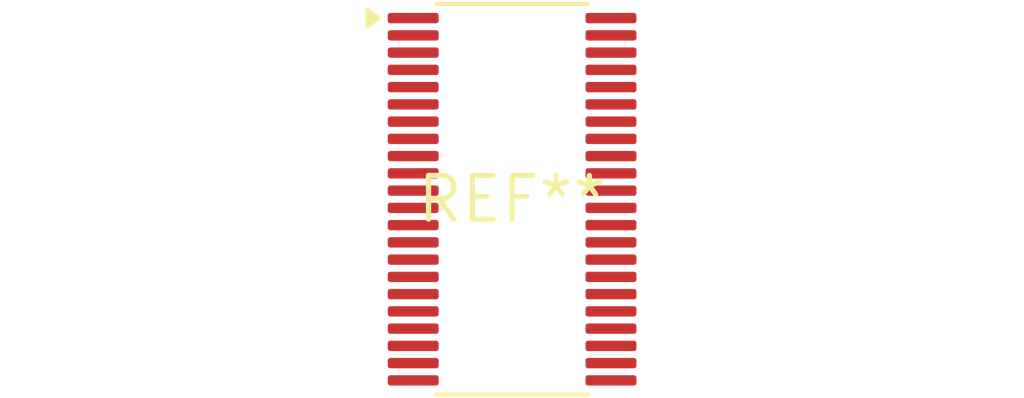
<source format=kicad_pcb>
(kicad_pcb (version 20240108) (generator pcbnew)
  (layers (0 "F.Cu" signal) (31 "B.Cu" signal) (34 "B.Paste" user) (35 "F.Paste" user) (36 "B.SilkS" user "B.Silkscreen") (37 "F.SilkS" user "F.Silkscreen") (38 "B.Mask" user) (39 "F.Mask" user) (44 "Edge.Cuts" user))
  (net 0 "")
  (footprint "TSSOP-44_4.4x11mm_P0.5mm" (layer "F.Cu") (at 0 0)
    (property "Reference" "REF**")
    (property "Value" "TSSOP-44_4.4x11mm_P0.5mm")
    (fp_line (start 0 -5.66) (end -2.2 -5.66) (layer "F.SilkS") (stroke (width 0.12)))
    (fp_line (start 0 -5.66) (end 2.2 -5.66) (layer "F.SilkS") (stroke (width 0.12)))
    (fp_line (start 0 5.66) (end -2.2 5.66) (layer "F.SilkS") (stroke (width 0.12)))
    (fp_line (start 0 5.66) (end 2.2 5.66) (layer "F.SilkS") (stroke (width 0.12)))
    (fp_poly (pts (xy -3.86 -5.25) (xy -4.19 -5.49) (xy -4.19 -5.01) (xy -3.86 -5.25)) (layer "F.SilkS") (stroke (width 0.12)) (fill solid))
    (pad "1" smd roundrect (at -2.8625 -5.25) (size 1.475 0.3) (layers "F.Cu" "F.Paste" "F.Mask"))
    (pad "2" smd roundrect (at -2.8625 -4.75) (size 1.475 0.3) (layers "F.Cu" "F.Paste" "F.Mask"))
    (pad "3" smd roundrect (at -2.8625 -4.25) (size 1.475 0.3) (layers "F.Cu" "F.Paste" "F.Mask"))
    (pad "4" smd roundrect (at -2.8625 -3.75) (size 1.475 0.3) (layers "F.Cu" "F.Paste" "F.Mask"))
    (pad "5" smd roundrect (at -2.8625 -3.25) (size 1.475 0.3) (layers "F.Cu" "F.Paste" "F.Mask"))
    (pad "6" smd roundrect (at -2.8625 -2.75) (size 1.475 0.3) (layers "F.Cu" "F.Paste" "F.Mask"))
    (pad "7" smd roundrect (at -2.8625 -2.25) (size 1.475 0.3) (layers "F.Cu" "F.Paste" "F.Mask"))
    (pad "8" smd roundrect (at -2.8625 -1.75) (size 1.475 0.3) (layers "F.Cu" "F.Paste" "F.Mask"))
    (pad "9" smd roundrect (at -2.8625 -1.25) (size 1.475 0.3) (layers "F.Cu" "F.Paste" "F.Mask"))
    (pad "10" smd roundrect (at -2.8625 -0.75) (size 1.475 0.3) (layers "F.Cu" "F.Paste" "F.Mask"))
    (pad "11" smd roundrect (at -2.8625 -0.25) (size 1.475 0.3) (layers "F.Cu" "F.Paste" "F.Mask"))
    (pad "12" smd roundrect (at -2.8625 0.25) (size 1.475 0.3) (layers "F.Cu" "F.Paste" "F.Mask"))
    (pad "13" smd roundrect (at -2.8625 0.75) (size 1.475 0.3) (layers "F.Cu" "F.Paste" "F.Mask"))
    (pad "14" smd roundrect (at -2.8625 1.25) (size 1.475 0.3) (layers "F.Cu" "F.Paste" "F.Mask"))
    (pad "15" smd roundrect (at -2.8625 1.75) (size 1.475 0.3) (layers "F.Cu" "F.Paste" "F.Mask"))
    (pad "16" smd roundrect (at -2.8625 2.25) (size 1.475 0.3) (layers "F.Cu" "F.Paste" "F.Mask"))
    (pad "17" smd roundrect (at -2.8625 2.75) (size 1.475 0.3) (layers "F.Cu" "F.Paste" "F.Mask"))
    (pad "18" smd roundrect (at -2.8625 3.25) (size 1.475 0.3) (layers "F.Cu" "F.Paste" "F.Mask"))
    (pad "19" smd roundrect (at -2.8625 3.75) (size 1.475 0.3) (layers "F.Cu" "F.Paste" "F.Mask"))
    (pad "20" smd roundrect (at -2.8625 4.25) (size 1.475 0.3) (layers "F.Cu" "F.Paste" "F.Mask"))
    (pad "21" smd roundrect (at -2.8625 4.75) (size 1.475 0.3) (layers "F.Cu" "F.Paste" "F.Mask"))
    (pad "22" smd roundrect (at -2.8625 5.25) (size 1.475 0.3) (layers "F.Cu" "F.Paste" "F.Mask"))
    (pad "23" smd roundrect (at 2.8625 5.25) (size 1.475 0.3) (layers "F.Cu" "F.Paste" "F.Mask"))
    (pad "24" smd roundrect (at 2.8625 4.75) (size 1.475 0.3) (layers "F.Cu" "F.Paste" "F.Mask"))
    (pad "25" smd roundrect (at 2.8625 4.25) (size 1.475 0.3) (layers "F.Cu" "F.Paste" "F.Mask"))
    (pad "26" smd roundrect (at 2.8625 3.75) (size 1.475 0.3) (layers "F.Cu" "F.Paste" "F.Mask"))
    (pad "27" smd roundrect (at 2.8625 3.25) (size 1.475 0.3) (layers "F.Cu" "F.Paste" "F.Mask"))
    (pad "28" smd roundrect (at 2.8625 2.75) (size 1.475 0.3) (layers "F.Cu" "F.Paste" "F.Mask"))
    (pad "29" smd roundrect (at 2.8625 2.25) (size 1.475 0.3) (layers "F.Cu" "F.Paste" "F.Mask"))
    (pad "30" smd roundrect (at 2.8625 1.75) (size 1.475 0.3) (layers "F.Cu" "F.Paste" "F.Mask"))
    (pad "31" smd roundrect (at 2.8625 1.25) (size 1.475 0.3) (layers "F.Cu" "F.Paste" "F.Mask"))
    (pad "32" smd roundrect (at 2.8625 0.75) (size 1.475 0.3) (layers "F.Cu" "F.Paste" "F.Mask"))
    (pad "33" smd roundrect (at 2.8625 0.25) (size 1.475 0.3) (layers "F.Cu" "F.Paste" "F.Mask"))
    (pad "34" smd roundrect (at 2.8625 -0.25) (size 1.475 0.3) (layers "F.Cu" "F.Paste" "F.Mask"))
    (pad "35" smd roundrect (at 2.8625 -0.75) (size 1.475 0.3) (layers "F.Cu" "F.Paste" "F.Mask"))
    (pad "36" smd roundrect (at 2.8625 -1.25) (size 1.475 0.3) (layers "F.Cu" "F.Paste" "F.Mask"))
    (pad "37" smd roundrect (at 2.8625 -1.75) (size 1.475 0.3) (layers "F.Cu" "F.Paste" "F.Mask"))
    (pad "38" smd roundrect (at 2.8625 -2.25) (size 1.475 0.3) (layers "F.Cu" "F.Paste" "F.Mask"))
    (pad "39" smd roundrect (at 2.8625 -2.75) (size 1.475 0.3) (layers "F.Cu" "F.Paste" "F.Mask"))
    (pad "40" smd roundrect (at 2.8625 -3.25) (size 1.475 0.3) (layers "F.Cu" "F.Paste" "F.Mask"))
    (pad "41" smd roundrect (at 2.8625 -3.75) (size 1.475 0.3) (layers "F.Cu" "F.Paste" "F.Mask"))
    (pad "42" smd roundrect (at 2.8625 -4.25) (size 1.475 0.3) (layers "F.Cu" "F.Paste" "F.Mask"))
    (pad "43" smd roundrect (at 2.8625 -4.75) (size 1.475 0.3) (layers "F.Cu" "F.Paste" "F.Mask"))
    (pad "44" smd roundrect (at 2.8625 -5.25) (size 1.475 0.3) (layers "F.Cu" "F.Paste" "F.Mask"))
  )
)
</source>
